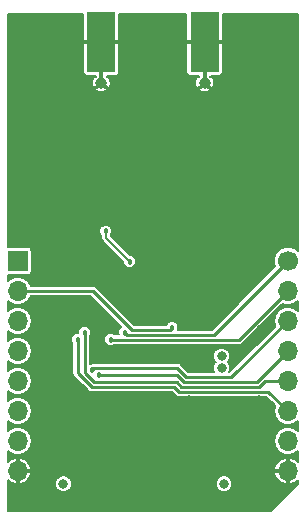
<source format=gbl>
G04 #@! TF.GenerationSoftware,KiCad,Pcbnew,(5.0.0)*
G04 #@! TF.CreationDate,2018-09-17T15:57:07-05:00*
G04 #@! TF.ProjectId,TESEO-LIV3F_uBUS,544553454F2D4C495633465F75425553,rev?*
G04 #@! TF.SameCoordinates,Original*
G04 #@! TF.FileFunction,Copper,L4,Bot,Signal*
G04 #@! TF.FilePolarity,Positive*
%FSLAX46Y46*%
G04 Gerber Fmt 4.6, Leading zero omitted, Abs format (unit mm)*
G04 Created by KiCad (PCBNEW (5.0.0)) date 09/17/18 15:57:07*
%MOMM*%
%LPD*%
G01*
G04 APERTURE LIST*
G04 #@! TA.AperFunction,ComponentPad*
%ADD10R,1.700000X1.700000*%
G04 #@! TD*
G04 #@! TA.AperFunction,ComponentPad*
%ADD11O,1.700000X1.700000*%
G04 #@! TD*
G04 #@! TA.AperFunction,ComponentPad*
%ADD12C,1.700000*%
G04 #@! TD*
G04 #@! TA.AperFunction,SMDPad,CuDef*
%ADD13R,2.420000X5.080000*%
G04 #@! TD*
G04 #@! TA.AperFunction,ViaPad*
%ADD14C,0.970000*%
G04 #@! TD*
G04 #@! TA.AperFunction,Conductor*
%ADD15R,0.460000X0.950000*%
G04 #@! TD*
G04 #@! TA.AperFunction,ViaPad*
%ADD16C,0.800000*%
G04 #@! TD*
G04 #@! TA.AperFunction,ViaPad*
%ADD17C,0.457200*%
G04 #@! TD*
G04 #@! TA.AperFunction,Conductor*
%ADD18C,0.250000*%
G04 #@! TD*
G04 #@! TA.AperFunction,Conductor*
%ADD19C,0.150000*%
G04 #@! TD*
G04 #@! TA.AperFunction,Conductor*
%ADD20C,0.127000*%
G04 #@! TD*
G04 APERTURE END LIST*
D10*
G04 #@! TO.P,J1,1*
G04 #@! TO.N,Net-(J1-Pad1)*
X127000000Y-116840000D03*
D11*
G04 #@! TO.P,J1,2*
G04 #@! TO.N,/RESET*
X127000000Y-119380000D03*
G04 #@! TO.P,J1,3*
G04 #@! TO.N,Net-(J1-Pad3)*
X127000000Y-121920000D03*
G04 #@! TO.P,J1,4*
G04 #@! TO.N,Net-(J1-Pad4)*
X127000000Y-124460000D03*
G04 #@! TO.P,J1,5*
G04 #@! TO.N,Net-(J1-Pad5)*
X127000000Y-127000000D03*
G04 #@! TO.P,J1,6*
G04 #@! TO.N,Net-(J1-Pad6)*
X127000000Y-129540000D03*
G04 #@! TO.P,J1,7*
G04 #@! TO.N,+3V3*
X127000000Y-132080000D03*
G04 #@! TO.P,J1,8*
G04 #@! TO.N,GND*
X127000000Y-134620000D03*
G04 #@! TD*
G04 #@! TO.P,J2,8*
G04 #@! TO.N,GND*
X149860000Y-134620000D03*
G04 #@! TO.P,J2,7*
G04 #@! TO.N,Net-(J2-Pad7)*
X149860000Y-132080000D03*
G04 #@! TO.P,J2,6*
G04 #@! TO.N,/SDA*
X149860000Y-129540000D03*
G04 #@! TO.P,J2,5*
G04 #@! TO.N,/SCL*
X149860000Y-127000000D03*
G04 #@! TO.P,J2,4*
G04 #@! TO.N,/RX*
X149860000Y-124460000D03*
G04 #@! TO.P,J2,3*
G04 #@! TO.N,/TX*
X149860000Y-121920000D03*
G04 #@! TO.P,J2,2*
G04 #@! TO.N,/PPS*
X149860000Y-119380000D03*
D12*
G04 #@! TO.P,J2,1*
G04 #@! TO.N,/EXI*
X149860000Y-116840000D03*
G04 #@! TD*
D13*
G04 #@! TO.P,J3,2*
G04 #@! TO.N,GND*
X142810000Y-98298000D03*
X134050000Y-98298000D03*
D14*
G04 #@! TD*
G04 #@! TO.N,GND*
G04 #@! TO.C,J3*
X142810000Y-101738000D03*
G04 #@! TO.N,GND*
G04 #@! TO.C,J3*
X134050000Y-101738000D03*
D15*
X142810000Y-101288000D03*
X134050000Y-101288000D03*
G04 #@! TD*
D16*
G04 #@! TO.N,+3V3*
X130860000Y-135700000D03*
X144260000Y-125900000D03*
X144260000Y-124900000D03*
X144460000Y-135700000D03*
D17*
G04 #@! TO.N,GND*
X136210000Y-96200000D03*
X136210000Y-97200000D03*
X136210000Y-98200000D03*
X136210000Y-99200000D03*
X136210000Y-100200000D03*
X136210000Y-101200000D03*
X140710000Y-99200000D03*
X140710000Y-100200000D03*
X140710000Y-96200000D03*
X140710000Y-97200000D03*
X140710000Y-98200000D03*
X140710000Y-101200000D03*
X141460000Y-101950000D03*
X144960000Y-98200000D03*
X144960000Y-99200000D03*
X144960000Y-96200000D03*
X144960000Y-97200000D03*
X144960000Y-100200000D03*
X144960000Y-101200000D03*
X144210000Y-101950000D03*
X135210000Y-101700000D03*
X132960000Y-101700000D03*
X131960000Y-99200000D03*
X131960000Y-96200000D03*
X131960000Y-97200000D03*
X131960000Y-100200000D03*
X131960000Y-101200000D03*
X131960000Y-98200000D03*
X130960000Y-96200000D03*
X126460000Y-96200000D03*
X127960000Y-96200000D03*
X129460000Y-96200000D03*
X145960000Y-96200000D03*
X147460000Y-96200000D03*
X148960000Y-96200000D03*
X150460000Y-96200000D03*
X150460000Y-97700000D03*
X150460000Y-99200000D03*
X150460000Y-100700000D03*
X150460000Y-102200000D03*
X150460000Y-103700000D03*
X150460000Y-105200000D03*
X150460000Y-106700000D03*
X150460000Y-108200000D03*
X150460000Y-109700000D03*
X150460000Y-111200000D03*
X150460000Y-112700000D03*
X150460000Y-114200000D03*
X126460000Y-97700000D03*
X126460000Y-99200000D03*
X126460000Y-100700000D03*
X126460000Y-102200000D03*
X126460000Y-103700000D03*
X126460000Y-105200000D03*
X126460000Y-106700000D03*
X126460000Y-108200000D03*
X126460000Y-109700000D03*
X126460000Y-111200000D03*
X126460000Y-112700000D03*
X126460000Y-114200000D03*
X139210000Y-101700000D03*
X139210000Y-102700000D03*
X140460000Y-103450000D03*
X141210000Y-104200000D03*
X141710000Y-104950000D03*
X141710000Y-105950000D03*
X141710000Y-106950000D03*
X141710000Y-107950000D03*
X141710000Y-108950000D03*
X141710000Y-109950000D03*
X141710000Y-110950000D03*
X141710000Y-111950000D03*
X141710000Y-112950000D03*
X141210000Y-113950000D03*
X140210000Y-114300000D03*
X140460000Y-105950000D03*
X140460000Y-106950000D03*
X140460000Y-107950000D03*
X140460000Y-108950000D03*
X140460000Y-109950000D03*
X140460000Y-110950000D03*
X140460000Y-111950000D03*
X139960000Y-112700000D03*
X139460000Y-105950000D03*
X139460000Y-106950000D03*
X139460000Y-107950000D03*
X139460000Y-108950000D03*
X139460000Y-109950000D03*
X139460000Y-104950000D03*
X136960000Y-101950000D03*
X137460000Y-104950000D03*
X137460000Y-105950000D03*
X137460000Y-106950000D03*
X137460000Y-103950000D03*
X137710000Y-107950000D03*
X137460000Y-109200000D03*
X136960000Y-108950000D03*
X138460000Y-111950000D03*
X138460000Y-112950000D03*
X138460000Y-113950000D03*
X137460000Y-113950000D03*
X137460000Y-112950000D03*
X137460000Y-111950000D03*
X137460000Y-110950000D03*
X130960000Y-114200000D03*
X141710000Y-114950000D03*
X141710000Y-116200000D03*
X127960000Y-114200000D03*
X129460000Y-114200000D03*
X132460000Y-114200000D03*
X148960000Y-114200000D03*
X147460000Y-114200000D03*
X145960000Y-114200000D03*
X144460000Y-114200000D03*
X142960000Y-114200000D03*
X135460000Y-131450000D03*
X135460000Y-128450000D03*
X138460000Y-128450000D03*
X141460000Y-128450000D03*
X141460000Y-131450000D03*
X141460000Y-134450000D03*
X138460000Y-134450000D03*
X135460000Y-134450000D03*
X129460000Y-128450000D03*
X129460000Y-134450000D03*
X129460000Y-122450000D03*
X129460000Y-116450000D03*
X147460000Y-128450000D03*
X147460000Y-122500000D03*
X147460000Y-116450000D03*
X141460000Y-122450000D03*
X135460000Y-122450000D03*
X147460000Y-134450000D03*
X135960000Y-110950000D03*
X135960000Y-111950000D03*
X135960000Y-112950000D03*
X135960000Y-106950000D03*
X135960000Y-105950000D03*
X135960000Y-104950000D03*
X135960000Y-103950000D03*
X130960000Y-112700000D03*
X130960000Y-111200000D03*
X130960000Y-109700000D03*
X130960000Y-105200000D03*
X130960000Y-103700000D03*
X130960000Y-102200000D03*
X130460000Y-108200000D03*
X130460000Y-106700000D03*
X132460000Y-109700000D03*
X132460000Y-112700000D03*
X133210000Y-105950000D03*
X131960000Y-105950000D03*
X132210000Y-102700000D03*
X134960000Y-108200000D03*
X135860000Y-109100000D03*
G04 #@! TO.N,/RESET*
X140060000Y-122500000D03*
G04 #@! TO.N,/SDA*
X132060000Y-123500000D03*
G04 #@! TO.N,/SCL*
X132660000Y-122900000D03*
G04 #@! TO.N,/RX*
X133860000Y-126500000D03*
G04 #@! TO.N,/TX*
X133260000Y-126100000D03*
G04 #@! TO.N,/PPS*
X134860000Y-123500000D03*
G04 #@! TO.N,/EXI*
X136060000Y-122900000D03*
G04 #@! TO.N,/ANT_OFF*
X136460000Y-116900000D03*
X134460000Y-114300000D03*
G04 #@! TD*
D18*
G04 #@! TO.N,/RESET*
X140060000Y-122500000D02*
X139860000Y-122700000D01*
X139860000Y-122700000D02*
X136660000Y-122700000D01*
X133340000Y-119380000D02*
X127000000Y-119380000D01*
X136660000Y-122700000D02*
X133340000Y-119380000D01*
G04 #@! TO.N,/SDA*
X149860000Y-129540000D02*
X148220000Y-127900000D01*
X148220000Y-127900000D02*
X140660000Y-127900000D01*
X140660000Y-127900000D02*
X140260000Y-127500000D01*
X140260000Y-127500000D02*
X133260000Y-127500000D01*
X133260000Y-127500000D02*
X132060000Y-126300000D01*
X132060000Y-126300000D02*
X132060000Y-123500000D01*
G04 #@! TO.N,/SCL*
X147960000Y-127000000D02*
X149860000Y-127000000D01*
X147460000Y-127500000D02*
X147960000Y-127000000D01*
X132660000Y-122900000D02*
X132660000Y-126300000D01*
X132660000Y-126300000D02*
X133460000Y-127100000D01*
X133460000Y-127100000D02*
X140460000Y-127100000D01*
X140460000Y-127100000D02*
X140860000Y-127500000D01*
X140860000Y-127500000D02*
X147460000Y-127500000D01*
G04 #@! TO.N,/RX*
X147220000Y-127100000D02*
X149860000Y-124460000D01*
X141060000Y-127100000D02*
X147220000Y-127100000D01*
X133860000Y-126500000D02*
X140460000Y-126500000D01*
X140460000Y-126500000D02*
X141060000Y-127100000D01*
G04 #@! TO.N,/TX*
X145080000Y-126700000D02*
X149860000Y-121920000D01*
X141260000Y-126700000D02*
X145080000Y-126700000D01*
X140460000Y-125900000D02*
X141260000Y-126700000D01*
X133260000Y-126100000D02*
X133460000Y-125900000D01*
X133460000Y-125900000D02*
X140460000Y-125900000D01*
G04 #@! TO.N,/PPS*
X145740000Y-123500000D02*
X149860000Y-119380000D01*
X134860000Y-123500000D02*
X145740000Y-123500000D01*
G04 #@! TO.N,/EXI*
X136060000Y-122900000D02*
X136260000Y-123100000D01*
X143600000Y-123100000D02*
X149860000Y-116840000D01*
X136260000Y-123100000D02*
X143600000Y-123100000D01*
D19*
G04 #@! TO.N,/ANT_OFF*
X136460000Y-116900000D02*
X134460000Y-114900000D01*
X134460000Y-114900000D02*
X134460000Y-114300000D01*
G04 #@! TD*
D20*
G04 #@! TO.N,GND*
G36*
X135765219Y-122431008D02*
X135750659Y-122437039D01*
X135597039Y-122590659D01*
X135513900Y-122791374D01*
X135513900Y-123008626D01*
X135534144Y-123057500D01*
X135189802Y-123057500D01*
X135169341Y-123037039D01*
X134968626Y-122953900D01*
X134751374Y-122953900D01*
X134550659Y-123037039D01*
X134397039Y-123190659D01*
X134313900Y-123391374D01*
X134313900Y-123608626D01*
X134397039Y-123809341D01*
X134550659Y-123962961D01*
X134751374Y-124046100D01*
X134968626Y-124046100D01*
X135169341Y-123962961D01*
X135189802Y-123942500D01*
X145696418Y-123942500D01*
X145740000Y-123951169D01*
X145783582Y-123942500D01*
X145912655Y-123916826D01*
X146059025Y-123819025D01*
X146083716Y-123782072D01*
X149393413Y-120472376D01*
X149404464Y-120479760D01*
X149745015Y-120547500D01*
X149974985Y-120547500D01*
X150315536Y-120479760D01*
X150685500Y-120232558D01*
X150685500Y-121067442D01*
X150315536Y-120820240D01*
X149974985Y-120752500D01*
X149745015Y-120752500D01*
X149404464Y-120820240D01*
X149018280Y-121078280D01*
X148760240Y-121464464D01*
X148669628Y-121920000D01*
X148760240Y-122375536D01*
X148767624Y-122386587D01*
X144896712Y-126257500D01*
X144888535Y-126257500D01*
X144977500Y-126042720D01*
X144977500Y-125757280D01*
X144868267Y-125493569D01*
X144774698Y-125400000D01*
X144868267Y-125306431D01*
X144977500Y-125042720D01*
X144977500Y-124757280D01*
X144868267Y-124493569D01*
X144666431Y-124291733D01*
X144402720Y-124182500D01*
X144117280Y-124182500D01*
X143853569Y-124291733D01*
X143651733Y-124493569D01*
X143542500Y-124757280D01*
X143542500Y-125042720D01*
X143651733Y-125306431D01*
X143745302Y-125400000D01*
X143651733Y-125493569D01*
X143542500Y-125757280D01*
X143542500Y-126042720D01*
X143631465Y-126257500D01*
X141443289Y-126257500D01*
X140803716Y-125617928D01*
X140779025Y-125580975D01*
X140632655Y-125483174D01*
X140503582Y-125457500D01*
X140460000Y-125448831D01*
X140416418Y-125457500D01*
X133503582Y-125457500D01*
X133460000Y-125448831D01*
X133416418Y-125457500D01*
X133287345Y-125483174D01*
X133181496Y-125553900D01*
X133151374Y-125553900D01*
X133102500Y-125574144D01*
X133102500Y-123229802D01*
X133122961Y-123209341D01*
X133206100Y-123008626D01*
X133206100Y-122791374D01*
X133122961Y-122590659D01*
X132969341Y-122437039D01*
X132768626Y-122353900D01*
X132551374Y-122353900D01*
X132350659Y-122437039D01*
X132197039Y-122590659D01*
X132113900Y-122791374D01*
X132113900Y-122953900D01*
X131951374Y-122953900D01*
X131750659Y-123037039D01*
X131597039Y-123190659D01*
X131513900Y-123391374D01*
X131513900Y-123608626D01*
X131597039Y-123809341D01*
X131617501Y-123829803D01*
X131617500Y-126256418D01*
X131608831Y-126300000D01*
X131630580Y-126409341D01*
X131643174Y-126472654D01*
X131740975Y-126619025D01*
X131777928Y-126643716D01*
X132916286Y-127782074D01*
X132940975Y-127819025D01*
X133087345Y-127916826D01*
X133216418Y-127942500D01*
X133259999Y-127951169D01*
X133303580Y-127942500D01*
X140076712Y-127942500D01*
X140316285Y-128182074D01*
X140340975Y-128219025D01*
X140487345Y-128316826D01*
X140616418Y-128342500D01*
X140659999Y-128351169D01*
X140703580Y-128342500D01*
X148036712Y-128342500D01*
X148767624Y-129073413D01*
X148760240Y-129084464D01*
X148669628Y-129540000D01*
X148760240Y-129995536D01*
X149018280Y-130381720D01*
X149404464Y-130639760D01*
X149745015Y-130707500D01*
X149974985Y-130707500D01*
X150315536Y-130639760D01*
X150685500Y-130392558D01*
X150685500Y-131227442D01*
X150315536Y-130980240D01*
X149974985Y-130912500D01*
X149745015Y-130912500D01*
X149404464Y-130980240D01*
X149018280Y-131238280D01*
X148760240Y-131624464D01*
X148669628Y-132080000D01*
X148760240Y-132535536D01*
X149018280Y-132921720D01*
X149404464Y-133179760D01*
X149745015Y-133247500D01*
X149974985Y-133247500D01*
X150315536Y-133179760D01*
X150685500Y-132932558D01*
X150685500Y-133826419D01*
X150523260Y-133659189D01*
X150105086Y-133478508D01*
X149923500Y-133533597D01*
X149923500Y-134556500D01*
X149943500Y-134556500D01*
X149943500Y-134683500D01*
X149923500Y-134683500D01*
X149923500Y-135706403D01*
X150105086Y-135761492D01*
X150523260Y-135580811D01*
X150685500Y-135413581D01*
X150685500Y-135736698D01*
X148436698Y-137985500D01*
X126174500Y-137985500D01*
X126174500Y-135413581D01*
X126336740Y-135580811D01*
X126754914Y-135761492D01*
X126936500Y-135706403D01*
X126936500Y-134683500D01*
X127063500Y-134683500D01*
X127063500Y-135706403D01*
X127245086Y-135761492D01*
X127663260Y-135580811D01*
X127686088Y-135557280D01*
X130142500Y-135557280D01*
X130142500Y-135842720D01*
X130251733Y-136106431D01*
X130453569Y-136308267D01*
X130717280Y-136417500D01*
X131002720Y-136417500D01*
X131266431Y-136308267D01*
X131468267Y-136106431D01*
X131577500Y-135842720D01*
X131577500Y-135557280D01*
X143742500Y-135557280D01*
X143742500Y-135842720D01*
X143851733Y-136106431D01*
X144053569Y-136308267D01*
X144317280Y-136417500D01*
X144602720Y-136417500D01*
X144866431Y-136308267D01*
X145068267Y-136106431D01*
X145177500Y-135842720D01*
X145177500Y-135557280D01*
X145068267Y-135293569D01*
X144866431Y-135091733D01*
X144602720Y-134982500D01*
X144317280Y-134982500D01*
X144053569Y-135091733D01*
X143851733Y-135293569D01*
X143742500Y-135557280D01*
X131577500Y-135557280D01*
X131468267Y-135293569D01*
X131266431Y-135091733D01*
X131002720Y-134982500D01*
X130717280Y-134982500D01*
X130453569Y-135091733D01*
X130251733Y-135293569D01*
X130142500Y-135557280D01*
X127686088Y-135557280D01*
X127980459Y-135253855D01*
X128141486Y-134865085D01*
X148718514Y-134865085D01*
X148879541Y-135253855D01*
X149196740Y-135580811D01*
X149614914Y-135761492D01*
X149796500Y-135706403D01*
X149796500Y-134683500D01*
X148773729Y-134683500D01*
X148718514Y-134865085D01*
X128141486Y-134865085D01*
X128086271Y-134683500D01*
X127063500Y-134683500D01*
X126936500Y-134683500D01*
X126916500Y-134683500D01*
X126916500Y-134556500D01*
X126936500Y-134556500D01*
X126936500Y-133533597D01*
X127063500Y-133533597D01*
X127063500Y-134556500D01*
X128086271Y-134556500D01*
X128141486Y-134374915D01*
X148718514Y-134374915D01*
X148773729Y-134556500D01*
X149796500Y-134556500D01*
X149796500Y-133533597D01*
X149614914Y-133478508D01*
X149196740Y-133659189D01*
X148879541Y-133986145D01*
X148718514Y-134374915D01*
X128141486Y-134374915D01*
X127980459Y-133986145D01*
X127663260Y-133659189D01*
X127245086Y-133478508D01*
X127063500Y-133533597D01*
X126936500Y-133533597D01*
X126754914Y-133478508D01*
X126336740Y-133659189D01*
X126174500Y-133826419D01*
X126174500Y-132932558D01*
X126544464Y-133179760D01*
X126885015Y-133247500D01*
X127114985Y-133247500D01*
X127455536Y-133179760D01*
X127841720Y-132921720D01*
X128099760Y-132535536D01*
X128190372Y-132080000D01*
X128099760Y-131624464D01*
X127841720Y-131238280D01*
X127455536Y-130980240D01*
X127114985Y-130912500D01*
X126885015Y-130912500D01*
X126544464Y-130980240D01*
X126174500Y-131227442D01*
X126174500Y-130392558D01*
X126544464Y-130639760D01*
X126885015Y-130707500D01*
X127114985Y-130707500D01*
X127455536Y-130639760D01*
X127841720Y-130381720D01*
X128099760Y-129995536D01*
X128190372Y-129540000D01*
X128099760Y-129084464D01*
X127841720Y-128698280D01*
X127455536Y-128440240D01*
X127114985Y-128372500D01*
X126885015Y-128372500D01*
X126544464Y-128440240D01*
X126174500Y-128687442D01*
X126174500Y-127852558D01*
X126544464Y-128099760D01*
X126885015Y-128167500D01*
X127114985Y-128167500D01*
X127455536Y-128099760D01*
X127841720Y-127841720D01*
X128099760Y-127455536D01*
X128190372Y-127000000D01*
X128099760Y-126544464D01*
X127841720Y-126158280D01*
X127455536Y-125900240D01*
X127114985Y-125832500D01*
X126885015Y-125832500D01*
X126544464Y-125900240D01*
X126174500Y-126147442D01*
X126174500Y-125312558D01*
X126544464Y-125559760D01*
X126885015Y-125627500D01*
X127114985Y-125627500D01*
X127455536Y-125559760D01*
X127841720Y-125301720D01*
X128099760Y-124915536D01*
X128190372Y-124460000D01*
X128099760Y-124004464D01*
X127841720Y-123618280D01*
X127455536Y-123360240D01*
X127114985Y-123292500D01*
X126885015Y-123292500D01*
X126544464Y-123360240D01*
X126174500Y-123607442D01*
X126174500Y-122772558D01*
X126544464Y-123019760D01*
X126885015Y-123087500D01*
X127114985Y-123087500D01*
X127455536Y-123019760D01*
X127841720Y-122761720D01*
X128099760Y-122375536D01*
X128190372Y-121920000D01*
X128099760Y-121464464D01*
X127841720Y-121078280D01*
X127455536Y-120820240D01*
X127114985Y-120752500D01*
X126885015Y-120752500D01*
X126544464Y-120820240D01*
X126174500Y-121067442D01*
X126174500Y-120232558D01*
X126544464Y-120479760D01*
X126885015Y-120547500D01*
X127114985Y-120547500D01*
X127455536Y-120479760D01*
X127841720Y-120221720D01*
X128099760Y-119835536D01*
X128102353Y-119822500D01*
X133156712Y-119822500D01*
X135765219Y-122431008D01*
X135765219Y-122431008D01*
G37*
X135765219Y-122431008D02*
X135750659Y-122437039D01*
X135597039Y-122590659D01*
X135513900Y-122791374D01*
X135513900Y-123008626D01*
X135534144Y-123057500D01*
X135189802Y-123057500D01*
X135169341Y-123037039D01*
X134968626Y-122953900D01*
X134751374Y-122953900D01*
X134550659Y-123037039D01*
X134397039Y-123190659D01*
X134313900Y-123391374D01*
X134313900Y-123608626D01*
X134397039Y-123809341D01*
X134550659Y-123962961D01*
X134751374Y-124046100D01*
X134968626Y-124046100D01*
X135169341Y-123962961D01*
X135189802Y-123942500D01*
X145696418Y-123942500D01*
X145740000Y-123951169D01*
X145783582Y-123942500D01*
X145912655Y-123916826D01*
X146059025Y-123819025D01*
X146083716Y-123782072D01*
X149393413Y-120472376D01*
X149404464Y-120479760D01*
X149745015Y-120547500D01*
X149974985Y-120547500D01*
X150315536Y-120479760D01*
X150685500Y-120232558D01*
X150685500Y-121067442D01*
X150315536Y-120820240D01*
X149974985Y-120752500D01*
X149745015Y-120752500D01*
X149404464Y-120820240D01*
X149018280Y-121078280D01*
X148760240Y-121464464D01*
X148669628Y-121920000D01*
X148760240Y-122375536D01*
X148767624Y-122386587D01*
X144896712Y-126257500D01*
X144888535Y-126257500D01*
X144977500Y-126042720D01*
X144977500Y-125757280D01*
X144868267Y-125493569D01*
X144774698Y-125400000D01*
X144868267Y-125306431D01*
X144977500Y-125042720D01*
X144977500Y-124757280D01*
X144868267Y-124493569D01*
X144666431Y-124291733D01*
X144402720Y-124182500D01*
X144117280Y-124182500D01*
X143853569Y-124291733D01*
X143651733Y-124493569D01*
X143542500Y-124757280D01*
X143542500Y-125042720D01*
X143651733Y-125306431D01*
X143745302Y-125400000D01*
X143651733Y-125493569D01*
X143542500Y-125757280D01*
X143542500Y-126042720D01*
X143631465Y-126257500D01*
X141443289Y-126257500D01*
X140803716Y-125617928D01*
X140779025Y-125580975D01*
X140632655Y-125483174D01*
X140503582Y-125457500D01*
X140460000Y-125448831D01*
X140416418Y-125457500D01*
X133503582Y-125457500D01*
X133460000Y-125448831D01*
X133416418Y-125457500D01*
X133287345Y-125483174D01*
X133181496Y-125553900D01*
X133151374Y-125553900D01*
X133102500Y-125574144D01*
X133102500Y-123229802D01*
X133122961Y-123209341D01*
X133206100Y-123008626D01*
X133206100Y-122791374D01*
X133122961Y-122590659D01*
X132969341Y-122437039D01*
X132768626Y-122353900D01*
X132551374Y-122353900D01*
X132350659Y-122437039D01*
X132197039Y-122590659D01*
X132113900Y-122791374D01*
X132113900Y-122953900D01*
X131951374Y-122953900D01*
X131750659Y-123037039D01*
X131597039Y-123190659D01*
X131513900Y-123391374D01*
X131513900Y-123608626D01*
X131597039Y-123809341D01*
X131617501Y-123829803D01*
X131617500Y-126256418D01*
X131608831Y-126300000D01*
X131630580Y-126409341D01*
X131643174Y-126472654D01*
X131740975Y-126619025D01*
X131777928Y-126643716D01*
X132916286Y-127782074D01*
X132940975Y-127819025D01*
X133087345Y-127916826D01*
X133216418Y-127942500D01*
X133259999Y-127951169D01*
X133303580Y-127942500D01*
X140076712Y-127942500D01*
X140316285Y-128182074D01*
X140340975Y-128219025D01*
X140487345Y-128316826D01*
X140616418Y-128342500D01*
X140659999Y-128351169D01*
X140703580Y-128342500D01*
X148036712Y-128342500D01*
X148767624Y-129073413D01*
X148760240Y-129084464D01*
X148669628Y-129540000D01*
X148760240Y-129995536D01*
X149018280Y-130381720D01*
X149404464Y-130639760D01*
X149745015Y-130707500D01*
X149974985Y-130707500D01*
X150315536Y-130639760D01*
X150685500Y-130392558D01*
X150685500Y-131227442D01*
X150315536Y-130980240D01*
X149974985Y-130912500D01*
X149745015Y-130912500D01*
X149404464Y-130980240D01*
X149018280Y-131238280D01*
X148760240Y-131624464D01*
X148669628Y-132080000D01*
X148760240Y-132535536D01*
X149018280Y-132921720D01*
X149404464Y-133179760D01*
X149745015Y-133247500D01*
X149974985Y-133247500D01*
X150315536Y-133179760D01*
X150685500Y-132932558D01*
X150685500Y-133826419D01*
X150523260Y-133659189D01*
X150105086Y-133478508D01*
X149923500Y-133533597D01*
X149923500Y-134556500D01*
X149943500Y-134556500D01*
X149943500Y-134683500D01*
X149923500Y-134683500D01*
X149923500Y-135706403D01*
X150105086Y-135761492D01*
X150523260Y-135580811D01*
X150685500Y-135413581D01*
X150685500Y-135736698D01*
X148436698Y-137985500D01*
X126174500Y-137985500D01*
X126174500Y-135413581D01*
X126336740Y-135580811D01*
X126754914Y-135761492D01*
X126936500Y-135706403D01*
X126936500Y-134683500D01*
X127063500Y-134683500D01*
X127063500Y-135706403D01*
X127245086Y-135761492D01*
X127663260Y-135580811D01*
X127686088Y-135557280D01*
X130142500Y-135557280D01*
X130142500Y-135842720D01*
X130251733Y-136106431D01*
X130453569Y-136308267D01*
X130717280Y-136417500D01*
X131002720Y-136417500D01*
X131266431Y-136308267D01*
X131468267Y-136106431D01*
X131577500Y-135842720D01*
X131577500Y-135557280D01*
X143742500Y-135557280D01*
X143742500Y-135842720D01*
X143851733Y-136106431D01*
X144053569Y-136308267D01*
X144317280Y-136417500D01*
X144602720Y-136417500D01*
X144866431Y-136308267D01*
X145068267Y-136106431D01*
X145177500Y-135842720D01*
X145177500Y-135557280D01*
X145068267Y-135293569D01*
X144866431Y-135091733D01*
X144602720Y-134982500D01*
X144317280Y-134982500D01*
X144053569Y-135091733D01*
X143851733Y-135293569D01*
X143742500Y-135557280D01*
X131577500Y-135557280D01*
X131468267Y-135293569D01*
X131266431Y-135091733D01*
X131002720Y-134982500D01*
X130717280Y-134982500D01*
X130453569Y-135091733D01*
X130251733Y-135293569D01*
X130142500Y-135557280D01*
X127686088Y-135557280D01*
X127980459Y-135253855D01*
X128141486Y-134865085D01*
X148718514Y-134865085D01*
X148879541Y-135253855D01*
X149196740Y-135580811D01*
X149614914Y-135761492D01*
X149796500Y-135706403D01*
X149796500Y-134683500D01*
X148773729Y-134683500D01*
X148718514Y-134865085D01*
X128141486Y-134865085D01*
X128086271Y-134683500D01*
X127063500Y-134683500D01*
X126936500Y-134683500D01*
X126916500Y-134683500D01*
X126916500Y-134556500D01*
X126936500Y-134556500D01*
X126936500Y-133533597D01*
X127063500Y-133533597D01*
X127063500Y-134556500D01*
X128086271Y-134556500D01*
X128141486Y-134374915D01*
X148718514Y-134374915D01*
X148773729Y-134556500D01*
X149796500Y-134556500D01*
X149796500Y-133533597D01*
X149614914Y-133478508D01*
X149196740Y-133659189D01*
X148879541Y-133986145D01*
X148718514Y-134374915D01*
X128141486Y-134374915D01*
X127980459Y-133986145D01*
X127663260Y-133659189D01*
X127245086Y-133478508D01*
X127063500Y-133533597D01*
X126936500Y-133533597D01*
X126754914Y-133478508D01*
X126336740Y-133659189D01*
X126174500Y-133826419D01*
X126174500Y-132932558D01*
X126544464Y-133179760D01*
X126885015Y-133247500D01*
X127114985Y-133247500D01*
X127455536Y-133179760D01*
X127841720Y-132921720D01*
X128099760Y-132535536D01*
X128190372Y-132080000D01*
X128099760Y-131624464D01*
X127841720Y-131238280D01*
X127455536Y-130980240D01*
X127114985Y-130912500D01*
X126885015Y-130912500D01*
X126544464Y-130980240D01*
X126174500Y-131227442D01*
X126174500Y-130392558D01*
X126544464Y-130639760D01*
X126885015Y-130707500D01*
X127114985Y-130707500D01*
X127455536Y-130639760D01*
X127841720Y-130381720D01*
X128099760Y-129995536D01*
X128190372Y-129540000D01*
X128099760Y-129084464D01*
X127841720Y-128698280D01*
X127455536Y-128440240D01*
X127114985Y-128372500D01*
X126885015Y-128372500D01*
X126544464Y-128440240D01*
X126174500Y-128687442D01*
X126174500Y-127852558D01*
X126544464Y-128099760D01*
X126885015Y-128167500D01*
X127114985Y-128167500D01*
X127455536Y-128099760D01*
X127841720Y-127841720D01*
X128099760Y-127455536D01*
X128190372Y-127000000D01*
X128099760Y-126544464D01*
X127841720Y-126158280D01*
X127455536Y-125900240D01*
X127114985Y-125832500D01*
X126885015Y-125832500D01*
X126544464Y-125900240D01*
X126174500Y-126147442D01*
X126174500Y-125312558D01*
X126544464Y-125559760D01*
X126885015Y-125627500D01*
X127114985Y-125627500D01*
X127455536Y-125559760D01*
X127841720Y-125301720D01*
X128099760Y-124915536D01*
X128190372Y-124460000D01*
X128099760Y-124004464D01*
X127841720Y-123618280D01*
X127455536Y-123360240D01*
X127114985Y-123292500D01*
X126885015Y-123292500D01*
X126544464Y-123360240D01*
X126174500Y-123607442D01*
X126174500Y-122772558D01*
X126544464Y-123019760D01*
X126885015Y-123087500D01*
X127114985Y-123087500D01*
X127455536Y-123019760D01*
X127841720Y-122761720D01*
X128099760Y-122375536D01*
X128190372Y-121920000D01*
X128099760Y-121464464D01*
X127841720Y-121078280D01*
X127455536Y-120820240D01*
X127114985Y-120752500D01*
X126885015Y-120752500D01*
X126544464Y-120820240D01*
X126174500Y-121067442D01*
X126174500Y-120232558D01*
X126544464Y-120479760D01*
X126885015Y-120547500D01*
X127114985Y-120547500D01*
X127455536Y-120479760D01*
X127841720Y-120221720D01*
X128099760Y-119835536D01*
X128102353Y-119822500D01*
X133156712Y-119822500D01*
X135765219Y-122431008D01*
G36*
X132522500Y-98155125D02*
X132601875Y-98234500D01*
X133986500Y-98234500D01*
X133986500Y-98214500D01*
X134113500Y-98214500D01*
X134113500Y-98234500D01*
X135498125Y-98234500D01*
X135577500Y-98155125D01*
X135577500Y-95948500D01*
X141282500Y-95948500D01*
X141282500Y-98155125D01*
X141361875Y-98234500D01*
X142746500Y-98234500D01*
X142746500Y-98214500D01*
X142873500Y-98214500D01*
X142873500Y-98234500D01*
X144258125Y-98234500D01*
X144337500Y-98155125D01*
X144337500Y-95948500D01*
X150685500Y-95948500D01*
X150685500Y-116014405D01*
X150521336Y-115850241D01*
X150092230Y-115672500D01*
X149627770Y-115672500D01*
X149198664Y-115850241D01*
X148870241Y-116178664D01*
X148692500Y-116607770D01*
X148692500Y-117072230D01*
X148783145Y-117291066D01*
X143416712Y-122657500D01*
X140585856Y-122657500D01*
X140606100Y-122608626D01*
X140606100Y-122391374D01*
X140522961Y-122190659D01*
X140369341Y-122037039D01*
X140168626Y-121953900D01*
X139951374Y-121953900D01*
X139750659Y-122037039D01*
X139597039Y-122190659D01*
X139569353Y-122257500D01*
X136843289Y-122257500D01*
X133683716Y-119097928D01*
X133659025Y-119060975D01*
X133512655Y-118963174D01*
X133383582Y-118937500D01*
X133340000Y-118928831D01*
X133296418Y-118937500D01*
X128102353Y-118937500D01*
X128099760Y-118924464D01*
X127841720Y-118538280D01*
X127455536Y-118280240D01*
X127114985Y-118212500D01*
X126885015Y-118212500D01*
X126544464Y-118280240D01*
X126174500Y-118527442D01*
X126174500Y-118013720D01*
X127850000Y-118013720D01*
X127973882Y-117989078D01*
X128078905Y-117918905D01*
X128149078Y-117813882D01*
X128173720Y-117690000D01*
X128173720Y-115990000D01*
X128149078Y-115866118D01*
X128078905Y-115761095D01*
X127973882Y-115690922D01*
X127850000Y-115666280D01*
X126174500Y-115666280D01*
X126174500Y-114191374D01*
X133913900Y-114191374D01*
X133913900Y-114408626D01*
X133997039Y-114609341D01*
X134067500Y-114679802D01*
X134067500Y-114861349D01*
X134059812Y-114900000D01*
X134067500Y-114938651D01*
X134067500Y-114938654D01*
X134090274Y-115053145D01*
X134177024Y-115182976D01*
X134209795Y-115204873D01*
X135913900Y-116908979D01*
X135913900Y-117008626D01*
X135997039Y-117209341D01*
X136150659Y-117362961D01*
X136351374Y-117446100D01*
X136568626Y-117446100D01*
X136769341Y-117362961D01*
X136922961Y-117209341D01*
X137006100Y-117008626D01*
X137006100Y-116791374D01*
X136922961Y-116590659D01*
X136769341Y-116437039D01*
X136568626Y-116353900D01*
X136468979Y-116353900D01*
X134852500Y-114737422D01*
X134852500Y-114679802D01*
X134922961Y-114609341D01*
X135006100Y-114408626D01*
X135006100Y-114191374D01*
X134922961Y-113990659D01*
X134769341Y-113837039D01*
X134568626Y-113753900D01*
X134351374Y-113753900D01*
X134150659Y-113837039D01*
X133997039Y-113990659D01*
X133913900Y-114191374D01*
X126174500Y-114191374D01*
X126174500Y-98440875D01*
X132522500Y-98440875D01*
X132522500Y-100901155D01*
X132570837Y-101017850D01*
X132660151Y-101107164D01*
X132776846Y-101155500D01*
X133512875Y-101155500D01*
X133581873Y-101224498D01*
X133502500Y-101224498D01*
X133502500Y-101280303D01*
X133484588Y-101262391D01*
X133352717Y-101309884D01*
X133241962Y-101609312D01*
X133254223Y-101928330D01*
X133352717Y-102166116D01*
X133484588Y-102213609D01*
X133658452Y-102039745D01*
X133756846Y-102080500D01*
X133797303Y-102080500D01*
X133574391Y-102303412D01*
X133621884Y-102435283D01*
X133921312Y-102546038D01*
X134240330Y-102533777D01*
X134478116Y-102435283D01*
X134525609Y-102303412D01*
X134302697Y-102080500D01*
X134343154Y-102080500D01*
X134441548Y-102039745D01*
X134615412Y-102213609D01*
X134747283Y-102166116D01*
X134858038Y-101866688D01*
X134845777Y-101547670D01*
X134747283Y-101309884D01*
X134615412Y-101262391D01*
X134597500Y-101280303D01*
X134597500Y-101224498D01*
X134518127Y-101224498D01*
X134587125Y-101155500D01*
X135323154Y-101155500D01*
X135439849Y-101107164D01*
X135529163Y-101017850D01*
X135577500Y-100901155D01*
X135577500Y-98440875D01*
X141282500Y-98440875D01*
X141282500Y-100901155D01*
X141330837Y-101017850D01*
X141420151Y-101107164D01*
X141536846Y-101155500D01*
X142272875Y-101155500D01*
X142341873Y-101224498D01*
X142262500Y-101224498D01*
X142262500Y-101280303D01*
X142244588Y-101262391D01*
X142112717Y-101309884D01*
X142001962Y-101609312D01*
X142014223Y-101928330D01*
X142112717Y-102166116D01*
X142244588Y-102213609D01*
X142418452Y-102039745D01*
X142516846Y-102080500D01*
X142557303Y-102080500D01*
X142334391Y-102303412D01*
X142381884Y-102435283D01*
X142681312Y-102546038D01*
X143000330Y-102533777D01*
X143238116Y-102435283D01*
X143285609Y-102303412D01*
X143062697Y-102080500D01*
X143103154Y-102080500D01*
X143201548Y-102039745D01*
X143375412Y-102213609D01*
X143507283Y-102166116D01*
X143618038Y-101866688D01*
X143605777Y-101547670D01*
X143507283Y-101309884D01*
X143375412Y-101262391D01*
X143357500Y-101280303D01*
X143357500Y-101224498D01*
X143278127Y-101224498D01*
X143347125Y-101155500D01*
X144083154Y-101155500D01*
X144199849Y-101107164D01*
X144289163Y-101017850D01*
X144337500Y-100901155D01*
X144337500Y-98440875D01*
X144258125Y-98361500D01*
X142873500Y-98361500D01*
X142873500Y-98381500D01*
X142746500Y-98381500D01*
X142746500Y-98361500D01*
X141361875Y-98361500D01*
X141282500Y-98440875D01*
X135577500Y-98440875D01*
X135498125Y-98361500D01*
X134113500Y-98361500D01*
X134113500Y-98381500D01*
X133986500Y-98381500D01*
X133986500Y-98361500D01*
X132601875Y-98361500D01*
X132522500Y-98440875D01*
X126174500Y-98440875D01*
X126174500Y-95948500D01*
X132522500Y-95948500D01*
X132522500Y-98155125D01*
X132522500Y-98155125D01*
G37*
X132522500Y-98155125D02*
X132601875Y-98234500D01*
X133986500Y-98234500D01*
X133986500Y-98214500D01*
X134113500Y-98214500D01*
X134113500Y-98234500D01*
X135498125Y-98234500D01*
X135577500Y-98155125D01*
X135577500Y-95948500D01*
X141282500Y-95948500D01*
X141282500Y-98155125D01*
X141361875Y-98234500D01*
X142746500Y-98234500D01*
X142746500Y-98214500D01*
X142873500Y-98214500D01*
X142873500Y-98234500D01*
X144258125Y-98234500D01*
X144337500Y-98155125D01*
X144337500Y-95948500D01*
X150685500Y-95948500D01*
X150685500Y-116014405D01*
X150521336Y-115850241D01*
X150092230Y-115672500D01*
X149627770Y-115672500D01*
X149198664Y-115850241D01*
X148870241Y-116178664D01*
X148692500Y-116607770D01*
X148692500Y-117072230D01*
X148783145Y-117291066D01*
X143416712Y-122657500D01*
X140585856Y-122657500D01*
X140606100Y-122608626D01*
X140606100Y-122391374D01*
X140522961Y-122190659D01*
X140369341Y-122037039D01*
X140168626Y-121953900D01*
X139951374Y-121953900D01*
X139750659Y-122037039D01*
X139597039Y-122190659D01*
X139569353Y-122257500D01*
X136843289Y-122257500D01*
X133683716Y-119097928D01*
X133659025Y-119060975D01*
X133512655Y-118963174D01*
X133383582Y-118937500D01*
X133340000Y-118928831D01*
X133296418Y-118937500D01*
X128102353Y-118937500D01*
X128099760Y-118924464D01*
X127841720Y-118538280D01*
X127455536Y-118280240D01*
X127114985Y-118212500D01*
X126885015Y-118212500D01*
X126544464Y-118280240D01*
X126174500Y-118527442D01*
X126174500Y-118013720D01*
X127850000Y-118013720D01*
X127973882Y-117989078D01*
X128078905Y-117918905D01*
X128149078Y-117813882D01*
X128173720Y-117690000D01*
X128173720Y-115990000D01*
X128149078Y-115866118D01*
X128078905Y-115761095D01*
X127973882Y-115690922D01*
X127850000Y-115666280D01*
X126174500Y-115666280D01*
X126174500Y-114191374D01*
X133913900Y-114191374D01*
X133913900Y-114408626D01*
X133997039Y-114609341D01*
X134067500Y-114679802D01*
X134067500Y-114861349D01*
X134059812Y-114900000D01*
X134067500Y-114938651D01*
X134067500Y-114938654D01*
X134090274Y-115053145D01*
X134177024Y-115182976D01*
X134209795Y-115204873D01*
X135913900Y-116908979D01*
X135913900Y-117008626D01*
X135997039Y-117209341D01*
X136150659Y-117362961D01*
X136351374Y-117446100D01*
X136568626Y-117446100D01*
X136769341Y-117362961D01*
X136922961Y-117209341D01*
X137006100Y-117008626D01*
X137006100Y-116791374D01*
X136922961Y-116590659D01*
X136769341Y-116437039D01*
X136568626Y-116353900D01*
X136468979Y-116353900D01*
X134852500Y-114737422D01*
X134852500Y-114679802D01*
X134922961Y-114609341D01*
X135006100Y-114408626D01*
X135006100Y-114191374D01*
X134922961Y-113990659D01*
X134769341Y-113837039D01*
X134568626Y-113753900D01*
X134351374Y-113753900D01*
X134150659Y-113837039D01*
X133997039Y-113990659D01*
X133913900Y-114191374D01*
X126174500Y-114191374D01*
X126174500Y-98440875D01*
X132522500Y-98440875D01*
X132522500Y-100901155D01*
X132570837Y-101017850D01*
X132660151Y-101107164D01*
X132776846Y-101155500D01*
X133512875Y-101155500D01*
X133581873Y-101224498D01*
X133502500Y-101224498D01*
X133502500Y-101280303D01*
X133484588Y-101262391D01*
X133352717Y-101309884D01*
X133241962Y-101609312D01*
X133254223Y-101928330D01*
X133352717Y-102166116D01*
X133484588Y-102213609D01*
X133658452Y-102039745D01*
X133756846Y-102080500D01*
X133797303Y-102080500D01*
X133574391Y-102303412D01*
X133621884Y-102435283D01*
X133921312Y-102546038D01*
X134240330Y-102533777D01*
X134478116Y-102435283D01*
X134525609Y-102303412D01*
X134302697Y-102080500D01*
X134343154Y-102080500D01*
X134441548Y-102039745D01*
X134615412Y-102213609D01*
X134747283Y-102166116D01*
X134858038Y-101866688D01*
X134845777Y-101547670D01*
X134747283Y-101309884D01*
X134615412Y-101262391D01*
X134597500Y-101280303D01*
X134597500Y-101224498D01*
X134518127Y-101224498D01*
X134587125Y-101155500D01*
X135323154Y-101155500D01*
X135439849Y-101107164D01*
X135529163Y-101017850D01*
X135577500Y-100901155D01*
X135577500Y-98440875D01*
X141282500Y-98440875D01*
X141282500Y-100901155D01*
X141330837Y-101017850D01*
X141420151Y-101107164D01*
X141536846Y-101155500D01*
X142272875Y-101155500D01*
X142341873Y-101224498D01*
X142262500Y-101224498D01*
X142262500Y-101280303D01*
X142244588Y-101262391D01*
X142112717Y-101309884D01*
X142001962Y-101609312D01*
X142014223Y-101928330D01*
X142112717Y-102166116D01*
X142244588Y-102213609D01*
X142418452Y-102039745D01*
X142516846Y-102080500D01*
X142557303Y-102080500D01*
X142334391Y-102303412D01*
X142381884Y-102435283D01*
X142681312Y-102546038D01*
X143000330Y-102533777D01*
X143238116Y-102435283D01*
X143285609Y-102303412D01*
X143062697Y-102080500D01*
X143103154Y-102080500D01*
X143201548Y-102039745D01*
X143375412Y-102213609D01*
X143507283Y-102166116D01*
X143618038Y-101866688D01*
X143605777Y-101547670D01*
X143507283Y-101309884D01*
X143375412Y-101262391D01*
X143357500Y-101280303D01*
X143357500Y-101224498D01*
X143278127Y-101224498D01*
X143347125Y-101155500D01*
X144083154Y-101155500D01*
X144199849Y-101107164D01*
X144289163Y-101017850D01*
X144337500Y-100901155D01*
X144337500Y-98440875D01*
X144258125Y-98361500D01*
X142873500Y-98361500D01*
X142873500Y-98381500D01*
X142746500Y-98381500D01*
X142746500Y-98361500D01*
X141361875Y-98361500D01*
X141282500Y-98440875D01*
X135577500Y-98440875D01*
X135498125Y-98361500D01*
X134113500Y-98361500D01*
X134113500Y-98381500D01*
X133986500Y-98381500D01*
X133986500Y-98361500D01*
X132601875Y-98361500D01*
X132522500Y-98440875D01*
X126174500Y-98440875D01*
X126174500Y-95948500D01*
X132522500Y-95948500D01*
X132522500Y-98155125D01*
G04 #@! TD*
M02*

</source>
